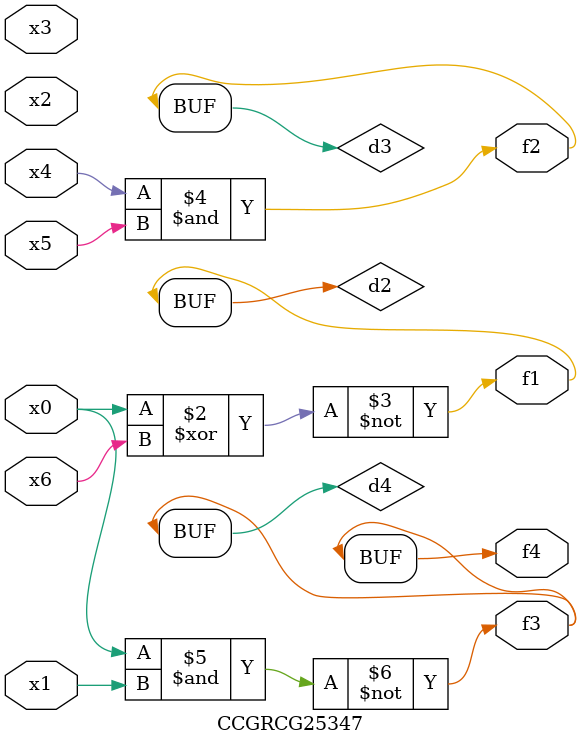
<source format=v>
module CCGRCG25347(
	input x0, x1, x2, x3, x4, x5, x6,
	output f1, f2, f3, f4
);

	wire d1, d2, d3, d4;

	nor (d1, x0);
	xnor (d2, x0, x6);
	and (d3, x4, x5);
	nand (d4, x0, x1);
	assign f1 = d2;
	assign f2 = d3;
	assign f3 = d4;
	assign f4 = d4;
endmodule

</source>
